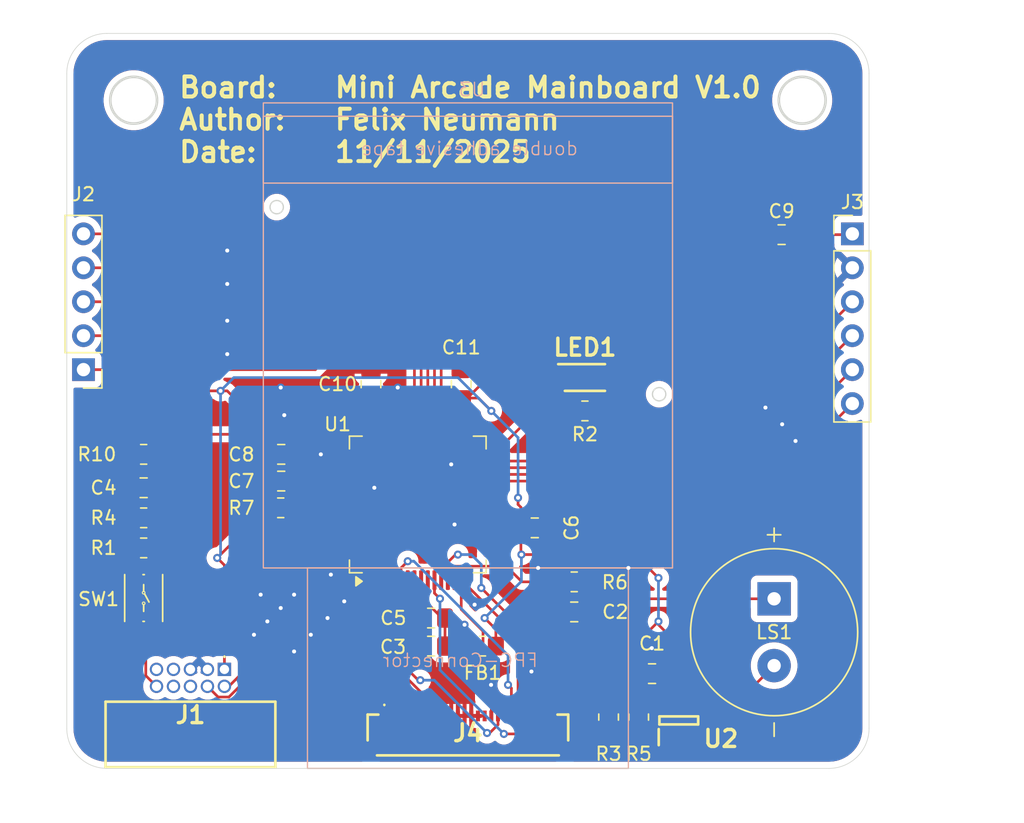
<source format=kicad_pcb>
(kicad_pcb (version 20241229) (generator "pcbnew") (generator_version "9.0")
  (layers (0 "F.Cu" signal) (2 "B.Cu" signal) (13 "F.Paste" user) (15 "B.Paste" user) (5 "F.SilkS" user "F.Silkscreen") (7 "B.SilkS" user "B.Silkscreen") (1 "F.Mask" user) (3 "B.Mask" user) (25 "Edge.Cuts" user))
  (net 0 "")
  (net 1 "3V3")
  (net 2 "GND")
  (net 3 "Net-(C2-Pad2)")
  (net 4 "VDDANA")
  (net 5 "Net-(C4-Pad2)")
  (net 6 "GNDANA")
  (net 7 "VDDCORE")
  (net 8 "SWCLK")
  (net 9 "SWDIO")
  (net 14 "RESET")
  (net 15 "JS_SWITCH")
  (net 16 "JS_DOWN")
  (net 17 "JS_RIGHT")
  (net 18 "JS_UP")
  (net 19 "JS_LEFT")
  (net 20 "DP_DOWN")
  (net 21 "DP_UP")
  (net 22 "DP_RIGHT")
  (net 23 "DP_LEFT")
  (net 24 "SCLK")
  (net 25 "DC")
  (net 26 "SPI4W")
  (net 28 "LCD_RESET")
  (net 29 "CS")
  (net 31 "MOSI")
  (net 33 "LCD_VDDI")
  (net 34 "LCD_VDD")
  (net 36 "BLA")
  (net 40 "Net-(LED1-A)")
  (net 41 "1V65")
  (net 42 "Net-(R1-Pad1)")
  (net 43 "USER_LED")
  (net 44 "Net-(U2-+)")
  (net 45 "BUZZER")
  (footprint "Resistor_SMD:R_0805_2012Metric_Pad1.20x1.40mm_HandSolder" (layer "F.Cu") (at 150.52 141.16 -90)
    (property "Reference" "R3")
    (property "Value" "10k")
  )
  (footprint "Capacitor_SMD:C_0805_2012Metric_Pad1.18x1.45mm_HandSolder" (layer "F.Cu") (at 163.46 105.06 180)
    (property "Reference" "C9")
    (property "Value" "10u")
  )
  (footprint "Capacitor_SMD:C_0805_2012Metric_Pad1.18x1.45mm_HandSolder" (layer "F.Cu") (at 153.77 137.91 180)
    (property "Reference" "C1")
    (property "Value" "100p")
  )
  (footprint "MainBoard:SPKR_CPT-1207-3TH" (layer "F.Cu") (at 162.9 134.81 -90)
    (property "Reference" "LS1")
    (property "Value" "CPT-1207-3TH")
  )
  (footprint "Resistor_SMD:R_0805_2012Metric_Pad1.20x1.40mm_HandSolder" (layer "F.Cu") (at 148.75 118.25)
    (property "Reference" "R2")
    (property "Value" "R")
  )
  (footprint "Resistor_SMD:R_0805_2012Metric_Pad1.20x1.40mm_HandSolder" (layer "F.Cu") (at 141.09 135.85 180)
    (property "Reference" "FB1")
    (property "Value" "742792022")
  )
  (footprint "Capacitor_SMD:C_0805_2012Metric_Pad1.18x1.45mm_HandSolder" (layer "F.Cu") (at 147.95 133.29)
    (property "Reference" "C2")
    (property "Value" "2u2")
  )
  (footprint "Resistor_SMD:R_0805_2012Metric_Pad1.20x1.40mm_HandSolder" (layer "F.Cu") (at 147.95 131.04 180)
    (property "Reference" "R6")
    (property "Value" "100")
  )
  (footprint "Connector_PinHeader_2.54mm:PinHeader_1x06_P2.54mm_Vertical" (layer "F.Cu") (at 168.75 105)
    (property "Reference" "J3")
    (property "Value" "Conn_01x06_Pin")
  )
  (footprint "NetTie:NetTie-2_SMD_Pad0.5mm" (layer "F.Cu") (at 136.22 134.76 90)
    (property "Reference" "NT1" (hide yes))
    (property "Value" "NetTie_2" (hide yes))
  )
  (footprint "Connector_PinHeader_2.54mm:PinHeader_1x05_P2.54mm_Vertical" (layer "F.Cu") (at 111.25 115.16 180)
    (property "Reference" "J2")
    (property "Value" "Conn_01x05_Pin")
  )
  (footprint "MainBoard:EVPAA" (layer "F.Cu") (at 115.75 132.25 -90)
    (property "Reference" "SW1")
    (property "Value" "EVPAA" (hide yes))
  )
  (footprint "Resistor_SMD:R_0805_2012Metric_Pad1.20x1.40mm_HandSolder" (layer "F.Cu") (at 126 125.5 180)
    (property "Reference" "R7")
    (property "Value" "1k")
  )
  (footprint "Resistor_SMD:R_0805_2012Metric_Pad1.20x1.40mm_HandSolder" (layer "F.Cu") (at 152.77 141.16 90)
    (property "Reference" "R5")
    (property "Value" "10k")
  )
  (footprint "Capacitor_SMD:C_0805_2012Metric_Pad1.18x1.45mm_HandSolder" (layer "F.Cu") (at 126.0375 123.5 180)
    (property "Reference" "C7")
    (property "Value" "100n")
  )
  (footprint "Capacitor_SMD:C_0805_2012Metric_Pad1.18x1.45mm_HandSolder" (layer "F.Cu") (at 137.25 133.75 180)
    (property "Reference" "C5")
    (property "Value" "100n")
  )
  (footprint "MainBoard:LEDM3020X150N" (layer "F.Cu") (at 148.75 115.75)
    (property "Reference" "LED1")
    (property "Value" "AA3021LZGSK" (hide yes))
  )
  (footprint "MainBoard:SOT95P280X145-5N" (layer "F.Cu") (at 155.77 141.41 90)
    (property "Reference" "U2")
    (property "Value" "LM321" (hide yes))
  )
  (footprint "Capacitor_SMD:C_0805_2012Metric_Pad1.18x1.45mm_HandSolder" (layer "F.Cu") (at 137.25 135.85 180)
    (property "Reference" "C3")
    (property "Value" "10u")
  )
  (footprint "Capacitor_SMD:C_0805_2012Metric_Pad1.18x1.45mm_HandSolder" (layer "F.Cu") (at 115.75 124 180)
    (property "Reference" "C4")
    (property "Value" "100p")
  )
  (footprint "Capacitor_SMD:C_0805_2012Metric_Pad1.18x1.45mm_HandSolder" (layer "F.Cu") (at 139.5 116.25 90)
    (property "Reference" "C11")
    (property "Value" "100n")
  )
  (footprint "Capacitor_SMD:C_0805_2012Metric_Pad1.18x1.45mm_HandSolder" (layer "F.Cu") (at 126.0375 121.5 180)
    (property "Reference" "C8")
    (property "Value" "1u")
  )
  (footprint "Resistor_SMD:R_0805_2012Metric_Pad1.20x1.40mm_HandSolder" (layer "F.Cu") (at 115.75 126.25 180)
    (property "Reference" "R4")
    (property "Value" "2k2")
  )
  (footprint "Package_QFP:TQFP-64_10x10mm_P0.5mm" (layer "F.Cu") (at 136.25 125.25 90)
    (property "Reference" "U1")
    (property "Value" "ATSAMD21J18A-A")
  )
  (footprint "Capacitor_SMD:C_0805_2012Metric_Pad1.18x1.45mm_HandSolder" (layer "F.Cu") (at 145 127)
    (property "Reference" "C6")
    (property "Value" "100n")
  )
  (footprint "Resistor_SMD:R_0805_2012Metric_Pad1.20x1.40mm_HandSolder" (layer "F.Cu") (at 115.75 121.5)
    (property "Reference" "R10")
    (property "Value" "2k2")
  )
  (footprint "Capacitor_SMD:C_0805_2012Metric_Pad1.18x1.45mm_HandSolder" (layer "F.Cu") (at 132.75 116.25 90)
    (property "Reference" "C10")
    (property "Value" "100n")
  )
  (footprint "Resistor_SMD:R_0805_2012Metric_Pad1.20x1.40mm_HandSolder" (layer "F.Cu") (at 115.75 128.5 180)
    (property "Reference" "R1")
    (property "Value" "330")
  )
  (footprint "MainBoard:F3311A7H121026E200" (layer "F.Cu") (at 140 142.5)
    (property "Reference" "J4")
    (property "Value" "F3311A7H121026E200" (hide yes))
  )
  (footprint "MainBoard:62701021721" (layer "F.Cu") (at 121.79 137.59)
    (property "Reference" "J1")
    (property "Value" "62701021721" (hide yes))
  )
  (footprint "MainBoard:ERTFT144" (layer "B.Cu") (at 155.3 95.2 180)
    (property "Reference" "U3")
    (property "Value" "~" (hide yes))
    (fp_circle (center 29.6 -7.8) (end 30.1 -7.8) (stroke (width 0.1)) (fill no) (layer "Edge.Cuts"))
    (fp_circle (center 1 -21.8) (end 1.5 -21.8) (stroke (width 0.1)) (fill no) (layer "Edge.Cuts"))
  )
  (gr_line (start 113 90) (end 167 90) (stroke (width 0.05)) (layer "Edge.Cuts"))
  (gr_circle (center 115 95) (end 116.75 95) (stroke (width 0.2)) (fill no) (layer "Edge.Cuts"))
  (gr_line (start 167 145) (end 113 145) (stroke (width 0.05)) (layer "Edge.Cuts"))
  (gr_line (start 110 142) (end 110 93) (stroke (width 0.05)) (layer "Edge.Cuts"))
  (gr_arc (start 170 142) (mid 169.12132 144.12132) (end 167 145) (stroke (width 0.05)) (layer "Edge.Cuts"))
  (gr_line (start 170 93) (end 170 142) (stroke (width 0.05)) (layer "Edge.Cuts"))
  (gr_arc (start 110 93) (mid 110.87868 90.87868) (end 113 90) (stroke (width 0.05)) (layer "Edge.Cuts"))
  (gr_arc (start 113 145) (mid 110.87868 144.12132) (end 110 142) (stroke (width 0.05)) (layer "Edge.Cuts"))
  (gr_circle (center 165 95) (end 166.75 95) (stroke (width 0.2)) (fill no) (layer "Edge.Cuts"))
  (gr_arc (start 167 90) (mid 169.12132 90.87868) (end 170 93) (stroke (width 0.05)) (layer "Edge.Cuts"))
  (gr_text "Board:	Mini Arcade Mainboard V1.0\nAuthor:	Felix Neumann\nDate:	11/11/2025\n" (at 118.25 99.75 0) (layer "F.SilkS") (effects (font (size 1.5 1.5) (thickness 0.3) (bold yes)) (justify left bottom)))
  (segment (start 132.75 117.2875) (end 132.5 117.5375) (width 0.2) (layer "F.Cu") (net 1))
  (segment (start 128.575 125) (end 130.5875 125) (width 0.2) (layer "F.Cu") (net 1))
  (segment (start 154.25 134) (end 154.25 134.25) (width 0.2) (layer "F.Cu") (net 1))
  (segment (start 139.9625 117.2875) (end 139.5 117.2875) (width 0.2) (layer "F.Cu") (net 1))
  (segment (start 132.5 117.5) (end 132.5 119.5875) (width 0.2) (layer "F.Cu") (net 1))
  (segment (start 132.75 117.25) (end 132.5 117.5) (width 0.2) (layer "F.Cu") (net 1))
  (segment (start 164.4975 105.06) (end 158.0575 111.5) (width 0.2) (layer "F.Cu") (net 1))
  (segment (start 158.0575 111.5) (end 145.75 111.5) (width 0.2) (layer "F.Cu") (net 1))
  (segment (start 145.75 111.5) (end 139.9625 117.2875) (width 0.2) (layer "F.Cu") (net 1))
  (segment (start 143.9625 127) (end 141.9125 127) (width 0.2) (layer "F.Cu") (net 1))
  (segment (start 143.75 125.25) (end 143.9625 125.4625) (width 0.2) (layer "F.Cu") (net 1))
  (segment (start 121.79 129.79) (end 121.79 137.59) (width 0.2) (layer "F.Cu") (net 1))
  (segment (start 152.5 129) (end 154.25 130.75) (width 0.2) (layer "F.Cu") (net 1))
  (segment (start 122 116.75) (end 122.5375 117.2875) (width 0.2) (layer "F.Cu") (net 1))
  (segment (start 143.9625 127) (end 143.9625 128.9625) (width 0.2) (layer "F.Cu") (net 1))
  (segment (start 121.5 116.75) (end 119.91384 116.75) (width 0.2) (layer "F.Cu") (net 1))
  (segment (start 119.91384 116.75) (end 115.849 120.81484) (width 0.2) (layer "F.Cu") (net 1))
  (segment (start 154.8075 140.1475) (end 154.82 140.16) (width 0.2) (layer "F.Cu") (net 1))
  (segment (start 115.849 123.0615) (end 116.7875 124) (width 0.2) (layer "F.Cu") (net 1))
  (segment (start 116.75 126.25) (end 116.75 124.0375) (width 0.2) (layer "F.Cu") (net 1))
  (segment (start 154.25 134) (end 150.52 137.73) (width 0.2) (layer "F.Cu") (net 1))
  (segment (start 144 129) (end 152.5 129) (width 0.2) (layer "F.Cu") (net 1))
  (segment (start 121.25 129.25) (end 125 125.5) (width 0.2) (layer "F.Cu") (net 1))
  (segment (start 121.5 116.75) (end 122 116.75) (width 0.2) (layer "F.Cu") (net 1))
  (segment (start 132.75 117.2875) (end 132.75 117.25) (width 0.2) (layer "F.Cu") (net 1))
  (segment (start 154.8075 137.91) (end 154.8075 140.1475) (width 0.2) (layer "F.Cu") (net 1))
  (segment (start 164.4975 105.06) (end 168.69 105.06) (width 0.2) (layer "F.Cu") (net 1))
  (segment (start 140.7875 117.2875) (end 141.75 118.25) (width 0.2) (layer "F.Cu") (net 1))
  (segment (start 125 125.5) (end 125.075 125.5) (width 0.2) (layer "F.Cu") (net 1))
  (segment (start 122.5375 117.2875) (end 132.75 117.2875) (width 0.2) (layer "F.Cu") (net 1))
  (segment (start 168.69 105.06) (end 168.75 105) (width 0.2) (layer "F.Cu") (net 1))
  (segment (start 150.52 137.73) (end 150.52 140.16) (width 0.2) (layer "F.Cu") (net 1))
  (segment (start 143.9625 125.4625) (end 143.9625 127) (width 0.2) (layer "F.Cu") (net 1))
  (segment (start 143.9625 128.9625) (end 144 129) (width 0.2) (layer "F.Cu") (net 1))
  (segment (start 139.5 117.2875) (end 140.7875 117.2875) (width 0.2) (layer "F.Cu") (net 1))
  (segment (start 116.75 124.0375) (end 116.7875 124) (width 0.2) (layer "F.Cu") (net 1))
  (segment (start 115.849 120.81484) (end 115.849 123.0615) (width 0.2) (layer "F.Cu") (net 1))
  (segment (start 143.75 124.75) (end 143.75 125.25) (width 0.2) (layer "F.Cu") (net 1))
  (segment (start 154.8075 134.8075) (end 154.8075 137.91) (width 0.2) (layer "F.Cu") (net 1))
  (segment (start 127.075 123.5) (end 128.575 125) (width 0.2) (layer "F.Cu") (net 1))
  (segment (start 139.5 117.2875) (end 139.5 119.5875) (width 0.2) (layer "F.Cu") (net 1))
  (segment (start 121.25 129.25) (end 121.79 129.79) (width 0.2) (layer "F.Cu") (net 1))
  (segment (start 154.25 134.25) (end 154.8075 134.8075) (width 0.2) (layer "F.Cu") (net 1))
  (segment (start 141.25 133.75) (end 142.09 134.59) (width 0.2) (layer "F.Cu") (net 1))
  (segment (start 142.09 134.59) (end 142.09 135.85) (width 0.2) (layer "F.Cu") (net 1))
  (segment (start 125.075 125.5) (end 127.075 123.5) (width 0.2) (layer "F.Cu") (net 1))
  (via (at 121.25 129.25) (size 0.6) (drill 0.3) (layers "F.Cu" "B.Cu") (net 1))
  (via (at 154.25 134) (size 0.6) (drill 0.3) (layers "F.Cu" "B.Cu") (net 1))
  (via (at 141.25 133.75) (size 0.6) (drill 0.3) (layers "F.Cu" "B.Cu") (net 1))
  (via (at 141.75 118.25) (size 0.6) (drill 0.3) (layers "F.Cu" "B.Cu") (net 1))
  (via (at 154.25 130.75) (size 0.6) (drill 0.3) (layers "F.Cu" "B.Cu") (net 1))
  (via (at 143.75 124.75) (size 0.6) (drill 0.3) (layers "F.Cu" "B.Cu") (net 1))
  (via (at 144 129) (size 0.6) (drill 0.3) (layers "F.Cu" "B.Cu") (net 1))
  (via (at 121.5 116.75) (size 0.6) (drill 0.3) (layers "F.Cu" "B.Cu") (net 1))
  (segment (start 127.5 115.76) (end 122.49 115.76) (width 0.2) (layer "B.Cu") (net 1))
  (segment (start 143.75 124.75) (end 143.75 120.25) (width 0.2) (layer "B.Cu") (net 1))
  (segment (start 144 131) (end 141.25 133.75) (width 0.2) (layer "B.Cu") (net 1))
  (segment (start 139.26 115.76) (end 127.5 115.76) (width 0.2) (layer "B.Cu") (net 1))
  (segment (start 143.75 120.25) (end 141.75 118.25) (width 0.2) (layer "B.Cu") (net 1))
  (segment (start 122.49 115.76) (end 121.5 116.75) (width 0.2) (layer "B.Cu") (net 1))
  (segment (start 121.5 116.75) (end 121.5 129) (width 0.2) (layer "B.Cu") (net 1))
  (segment (start 141.75 118.25) (end 139.26 115.76) (width 0.2) (layer "B.Cu") (net 1))
  (segment (start 121.5 129) (end 121.25 129.25) (width 0.2) (layer "B.Cu") (net 1))
  (segment (start 144 129) (end 144 131) (width 0.2) (layer "B.Cu") (net 1))
  (segment (start 154.25 130.75) (end 154.25 134) (width 0.2) (layer "B.Cu") (net 1))
  (segment (start 137.299 141.776) (end 138.201 141.776) (width 0.2) (layer "F.Cu") (net 2))
  (segment (start 138.25 141.727) (end 138.25 141.075) (width 0.2) (layer "F.Cu") (net 2))
  (segment (start 138.201 141.776) (end 138.25 141.727) (width 0.2) (layer "F.Cu") (net 2))
  (segment (start 136.2125 135.267499) (end 136.22 135.259999) (width 0.2) (layer "F.Cu") (net 2))
  (segment (start 134.75 116.5) (end 134.75 116.88616) (width 0.2) (layer "F.Cu") (net 2))
  (segment (start 133 124) (end 130.5875 124) (width 0.2) (layer "F.Cu") (net 2))
  (segment (start 145.25 141.075) (end 145.75 141.075) (width 0.2) (layer "F.Cu") (net 2))
  (segment (start 134.75 116.88616) (end 133 118.63616) (width 0.2) (layer "F.Cu") (net 2))
  (segment (start 133 118.63616) (end 133 119.5875) (width 0.2) (layer "F.Cu") (net 2))
  (segment (start 153.75 136) (end 152.7325 137.0175) (width 0.2) (layer "F.Cu") (net 2))
  (segment (start 145.25 138.25) (end 144.75 137.75) (width 0.2) (layer "F.Cu") (net 2))
  (segment (start 135.75 141.727) (end 135.799 141.776) (width 0.2) (layer "F.Cu") (net 2))
  (segment (start 137.25 141.727) (end 137.25 141.075) (width 0.2) (layer "F.Cu") (net 2))
  (segment (start 140.75 141.075) (end 141.25 141.075) (width 0.2) (layer "F.Cu") (net 2))
  (segment (start 140.75 141.075) (end 138.25 141.075) (width 0.2) (layer "F.Cu") (net 2))
  (segment (start 152.7325 137.0175) (end 152.7325 137.91) (width 0.2) (layer "F.Cu") (net 2))
  (segment (start 135.799 141.776) (end 137.201 141.776) (width 0.2) (layer "F.Cu") (net 2))
  (segment (start 135.75 141.075) (end 135.75 141.727) (width 0.2) (layer "F.Cu") (net 2))
  (segment (start 139.25 126.5) (end 141.9125 126.5) (width 0.2) (layer "F.Cu") (net 2))
  (segment (start 140 121) (end 138.75 122.25) (width 0.2) (layer "F.Cu") (net 2))
  (segment (start 145.25 141.075) (end 145.25 138.25) (width 0.2) (layer "F.Cu") (net 2))
  (segment (start 137.25 141.727) (end 137.299 141.776) (width 0.2) (layer "F.Cu") (net 2))
  (segment (start 139 126.75) (end 139.25 126.5) (width 0.2) (layer "F.Cu") (net 2))
  (segment (start 152.77 140.16) (end 152.77 137.9475) (width 0.2) (layer "F.Cu") (net 2))
  (segment (start 140 119.5875) (end 140 121) (width 0.2) (layer "F.Cu") (net 2))
  (segment (start 152.77 137.9475) (end 152.7325 137.91) (width 0.2) (layer "F.Cu") (net 2))
  (segment (start 137.201 141.776) (end 137.25 141.727) (width 0.2) (layer "F.Cu") (net 2))
  (segment (start 136.2125 135.85) (end 136.2125 135.267499) (width 0.2) (layer "F.Cu") (net 2))
  (via (at 129 121.5) (size 0.6) (drill 0.3) (layers "F.Cu" "B.Cu") (net 2))
  (via (at 144.75 137.75) (size 0.6) (drill 0.3) (layers "F.Cu" "B.Cu") (net 2))
  (via (at 139.75 134.25) (size 0.6) (drill 0.3) (layers "F.Cu" "B.Cu") (net 2))
  (via (at 163.5 119.25) (size 0.6) (drill 0.3) (layers "F.Cu" "B.Cu") (net 2))
  (via (at 129.5 133.75) (size 0.6) (drill 0.3) (layers "F.Cu" "B.Cu") (net 2))
  (via (at 126 133) (size 0.6) (drill 0.3) (layers "F.Cu" "B.Cu") (net 2))
  (via (at 139 126.75) (size 0.6) (drill 0.3) (layers "F.Cu" "B.Cu") (net 2))
  (via (at 138.75 122.25) (size 0.6) (drill 0.3) (layers "F.Cu" "B.Cu") (net 2))
  (via (at 164.5 120.5) (size 0.6) (drill 0.3) (layers "F.Cu" "B.Cu") (net 2))
  (via (at 134.75 116.5) (size 0.6) (drill 0.3) (layers "F.Cu" "B.Cu") (net 2))
  (via (at 122 108.75) (size 0.6) (drill 0.3) (layers "F.Cu" "B.Cu") (net 2))
  (via (at 130.75 132.5) (size 0.6) (drill 0.3) (layers "F.Cu" "B.Cu") (net 2))
  (via (at 124 135) (size 0.6) (drill 0.3) (layers "F.Cu" "B.Cu") (net 2))
  (via (at 126 116.5) (size 0.6) (drill 0.3) (layers "F.Cu" "B.Cu") (net 2))
  (via (at 125 134) (size 0.6) (drill 0.3) (layers "F.Cu" "B.Cu") (net 2))
  (via (at 140.5 132.75) (size 0.6) (drill 0.3) (layers "F.Cu" "B.Cu") (net 2))
  (via (at 127 132) (size 0.6) (drill 0.3) (layers "F.Cu" "B.Cu") (net 2))
  (via (at 128.25 135) (size 0.6) (drill 0.3) (layers "F.Cu" "B.Cu") (net 2))
  (via (at 127 136.25) (size 0.6) (drill 0.3) (layers "F.Cu" "B.Cu") (net 2))
  (via (at 141.73 138.75) (size 0.6) (drill 0.3) (layers "F.Cu" "B.Cu") (net 2))
  (via (at 122 114) (size 0.6) (drill 0.3) (layers "F.Cu" "B.Cu") (net 2))
  (via (at 126.265326 118.56628) (size 0.6) (drill 0.3) (layers "F.Cu" "B.Cu") (net 2))
  (via (at 153.75 136) (size 0.6) (drill 0.3) (layers "F.Cu" "B.Cu") (net 2))
  (via (at 124.5 132) (size 0.6) (drill 0.3) (layers "F.Cu" "B.Cu") (net 2))
  (via (at 133 124) (size 0.6) (drill 0.3) (layers "F.Cu" "B.Cu") (net 2))
  (via (at 122 111.5) (size 0.6) (drill 0.3) (layers "F.Cu" "B.Cu") (net 2))
  (via (at 122 106.25) (size 0.6) (drill 0.3) (layers "F.Cu" "B.Cu") (net 2))
  (via (at 145.25 130) (size 0.6) (drill 0.3) (layers "F.Cu" "B.Cu") (net 2))
  (via (at 162.25 118) (size 0.6) (drill 0.3) (layers "F.Cu" "B.Cu") (net 2))
  (via (at 129.75 130.5) (size 0.6) (drill 0.3) (layers "F.Cu" "B.Cu") (net 2))
  (via (at 152 130) (size 0.6) (drill 0.3) (layers "F.Cu" "B.Cu") (net 2))
  (segment (start 148.9875 133.29) (end 149.11 133.29) (width 0.2) (layer "F.Cu") (net 3))
  (segment (start 148.95 131.04) (end 148.95 133.2525) (width 0.2) (layer "F.Cu") (net 3))
  (segment (start 150.09 132.31) (end 162.9 132.31) (width 0.2) (layer "F.Cu") (net 3))
  (segment (start 149.11 133.29) (end 150.09 132.31) (width 0.2) (layer "F.Cu") (net 3))
  (segment (start 148.95 133.2525) (end 148.9875 133.29) (width 0.2) (layer "F.Cu") (net 3))
  (segment (start 140.09 135.85) (end 138.2875 135.85) (width 0.2) (layer "F.Cu") (net 4))
  (segment (start 136 131.683824) (end 136 130.9125) (width 0.2) (layer "F.Cu") (net 4))
  (segment (start 138.066176 133.75) (end 136 131.683824) (width 0.2) (layer "F.Cu") (net 4))
  (segment (start 138.2875 135.85) (end 138.2875 133.75) (width 0.2) (layer "F.Cu") (net 4))
  (segment (start 138.2875 133.75) (end 138.066176 133.75) (width 0.2) (layer "F.Cu") (net 4))
  (segment (start 114.75 126.5) (end 114.75 124.5375) (width 0.2) (layer "F.Cu") (net 5))
  (segment (start 114.75 124) (end 114.75 121.5) (width 0.2) (layer "F.Cu") (net 5))
  (segment (start 114.75 128.5) (end 114.75 126.5) (width 0.2) (layer "F.Cu") (net 5))
  (segment (start 114.7125 124) (end 114.75 124) (width 0.2) (layer "F.Cu") (net 5))
  (segment (start 114.75 124.5375) (end 114.7125 124.5) (width 0.2) (layer "F.Cu") (net 5))
  (segment (start 135.5 133.0375) (end 135.5 130.9125) (width 0.2) (layer "F.Cu") (net 6))
  (segment (start 136.25 133.7875) (end 136.2125 133.75) (width 0.2) (layer "F.Cu") (net 6))
  (segment (start 136.2125 133.75) (end 135.5 133.0375) (width 0.2) (layer "F.Cu") (net 6))
  (segment (start 136.2125 134.252501) (end 136.22 134.260001) (width 0.2) (layer "F.Cu") (net 6))
  (segment (start 136.2125 133.75) (end 136.2125 134.252501) (width 0.2) (layer "F.Cu") (net 6))
  (segment (start 136.25 133.2875) (end 136.2125 133.25) (width 0.2) (layer "F.Cu") (net 6))
  (segment (start 127.075 121.758824) (end 129.816176 124.5) (width 0.2) (layer "F.Cu") (net 7))
  (segment (start 129.816176 124.5) (end 130.5875 124.5) (width 0.2) (layer "F.Cu") (net 7))
  (segment (start 127.075 121.5) (end 127.075 121.758824) (width 0.2) (layer "F.Cu") (net 7))
  (segment (start 120.52 138.86) (end 121.321 139.661) (width 0.2) (layer "F.Cu") (net 8))
  (segment (start 121.321 139.661) (end 122.121786 139.661) (width 0.2) (layer "F.Cu") (net 8))
  (segment (start 131.358824 125.5) (end 130.5875 125.5) (width 0.2) (layer "F.Cu") (net 8))
  (segment (start 122.121786 139.661) (end 131.626 130.156786) (width 0.2) (layer "F.Cu") (net 8))
  (segment (start 131.626 125.767176) (end 131.358824 125.5) (width 0.2) (layer "F.Cu") (net 8))
  (segment (start 130.5875 125.5) (end 127 125.5) (width 0.2) (layer "F.Cu") (net 8))
  (segment (start 131.626 130.156786) (end 131.626 125.767176) (width 0.2) (layer "F.Cu") (net 8))
  (segment (start 129 126.25) (end 129.25 126) (width 0.2) (layer "F.Cu") (net 9))
  (segment (start 121.79 138.86) (end 122.122 138.86) (width 0.2) (layer "F.Cu") (net 9))
  (segment (start 129.25 126) (end 130.5875 126) (width 0.2) (layer "F.Cu") (net 9))
  (segment (start 129 131.982) (end 129 126.25) (width 0.2) (layer "F.Cu") (net 9))
  (segment (start 122.122 138.86) (end 129 131.982) (width 0.2) (layer "F.Cu") (net 9))
  (segment (start 131.358824 123) (end 130.5875 123) (width 0.2) (layer "F.Cu") (net 14))
  (segment (start 116.77 122.02) (end 116.77 121.57) (width 0.2) (layer "F.Cu") (net 14))
  (segment (start 116.75 121.5) (end 118.25 120) (width 0.2) (layer "F.Cu") (net 14))
  (segment (start 116.75 121.65) (end 116.75 121.5) (width 0.2) (layer "F.Cu") (net 14))
  (segment (start 118.25 120) (end 130.358824 120) (width 0.2) (layer "F.Cu") (net 14))
  (segment (start 118.5 123) (end 117 121.5) (width 0.2) (layer "F.Cu") (net 14))
  (segment (start 118.5 133.612) (end 118.5 123) (width 0.2) (layer "F.Cu") (net 14))
  (segment (start 115.909 138.059) (end 115.909 136.203) (width 0.2) (layer "F.Cu") (net 14))
  (segment (start 131.626 122.732824) (end 131.358824 123) (width 0.2) (layer "F.Cu") (net 14))
  (segment (start 131.626 121.267176) (end 131.626 122.732824) (width 0.2) (layer "F.Cu") (net 14))
  (segment (start 130.358824 120) (end 131.626 121.267176) (width 0.2) (layer "F.Cu") (net 14))
  (segment (start 116.71 138.86) (end 115.909 138.059) (width 0.2) (layer "F.Cu") (net 14))
  (segment (start 115.909 136.203) (end 118.5 133.612) (width 0.2) (layer "F.Cu") (net 14))
  (segment (start 117 121.5) (end 116.75 121.5) (width 0.2) (layer "F.Cu") (net 14))
  (segment (start 111.25 107.54) (end 134.96 107.54) (width 0.2) (layer "F.Cu") (net 15))
  (segment (start 135 107.5) (end 137.5 110) (width 0.2) (layer "F.Cu") (net 15))
  (segment (start 134.96 107.54) (end 135 107.5) (width 0.2) (layer "F.Cu") (net 15))
  (segment (start 137.5 110) (end 137.5 119.5875) (width 0.2) (layer "F.Cu") (net 15))
  (segment (start 137 112.25) (end 137 119.5875) (width 0.2) (layer "F.Cu") (net 16))
  (segment (start 111.375 110.75) (end 111.25 110.75) (width 0.2) (layer "F.Cu") (net 16))
  (segment (start 111.25 110.08) (end 134.83 110.08) (width 0.2) (layer "F.Cu") (net 16))
  (segment (start 134.83 110.08) (end 137 112.25) (width 0.2) (layer "F.Cu") (net 16))
  (segment (start 138 108) (end 138 119.5875) (width 0.2) (layer "F.Cu") (net 17))
  (segment (start 135 105) (end 138 108) (width 0.2) (layer "F.Cu") (net 17))
  (segment (start 111.25 105) (end 135 105) (width 0.2) (layer "F.Cu") (net 17))
  (segment (start 130.25 113.5) (end 134.75 113.5) (width 0.2) (layer "F.Cu") (net 18))
  (segment (start 111.25 115.16) (end 128.59 115.16) (width 0.2) (layer "F.Cu") (net 18))
  (segment (start 111.375 114.75) (end 111.25 114.75) (width 0.2) (layer "F.Cu") (net 18))
  (segment (start 136 114.75) (end 136 119.5875) (width 0.2) (layer "F.Cu") (net 18))
  (segment (start 134.75 113.5) (end 136 114.75) (width 0.2) (layer "F.Cu") (net 18))
  (segment (start 128.59 115.16) (end 130.25 113.5) (width 0.2) (layer "F.Cu") (net 18))
  (segment (start 111.25 112.62) (end 134.87 112.62) (width 0.2) (layer "F.Cu") (net 19))
  (segment (start 136.5 114.25) (end 136.5 119.5875) (width 0.2) (layer "F.Cu") (net 19))
  (segment (start 134.87 112.62) (end 136.5 114.25) (width 0.2) (layer "F.Cu") (net 19))
  (segment (start 168.75 115.16) (end 160.91 123) (width 0.2) (layer "F.Cu") (net 20))
  (segment (start 160.91 123) (end 141.9125 123) (width 0.2) (layer "F.Cu") (net 20))
  (segment (start 156.83 122) (end 141.9125 122) (width 0.2) (layer "F.Cu") (net 21))
  (segment (start 168.75 110.08) (end 156.83 122) (width 0.2) (layer "F.Cu") (net 21))
  (segment (start 158.87 122.5) (end 141.9125 122.5) (width 0.2) (layer "F.Cu") (net 22))
  (segment (start 168.75 112.62) (end 158.87 122.5) (width 0.2) (layer "F.Cu") (net 22))
  (segment (start 168.75 117.7) (end 162.95 123.5) (width 0.2) (layer "F.Cu") (net 23))
  (segment (start 162.95 123.5) (end 141.9125 123.5) (width 0.2) (layer "F.Cu") (net 23))
  (segment (start 143.75 135.14) (end 143.75 141.075) (width 0.2) (layer "F.Cu") (net 24))
  (segment (start 140 130.9125) (end 140 131.39) (width 0.2) (layer "F.Cu") (net 24))
  (segment (start 140 131.39) (end 143.75 135.14) (width 0.2) (layer "F.Cu") (net 24))
  (segment (start 135 130.9125) (end 135 130) (width 0.2) (layer "F.Cu") (net 25))
  (segment (start 143 138.75) (end 143.25 139) (width 0.2) (layer "F.Cu") (net 25))
  (segment (start 135 130) (end 135.5 129.5) (width 0.2) (layer "F.Cu") (net 25))
  (segment (start 143.25 139) (end 143.25 141.075) (width 0.2) (layer "F.Cu") (net 25))
  (via (at 135.5 129.5) (size 0.6) (drill 0.3) (layers "F.Cu" "B.Cu") (net 25))
  (via (at 143 138.75) (size 0.6) (drill 0.3) (layers "F.Cu" "B.Cu") (net 25))
  (segment (start 143 136.540057) (end 143 138.75) (width 0.2) (layer "B.Cu") (net 25))
  (segment (start 135.959943 129.5) (end 143 136.540057) (width 0.2) (layer "B.Cu") (net 25))
  (segment (start 135.5 129.5) (end 135.959943 129.5) (width 0.2) (layer "B.Cu") (net 25))
  (segment (start 133.5 136.31) (end 137.75 140.56) (width 0.2) (layer "F.Cu") (net 26))
  (segment (start 133.5 130.9125) (end 133.5 136.31) (width 0.2) (layer "F.Cu") (net 26))
  (segment (start 137.75 140.56) (end 137.75 141.075) (width 0.2) (layer "F.Cu") (net 26))
  (segment (start 136.290735 138.400735) (end 136.439265 138.400735) (width 0.2) (layer "F.Cu") (net 28))
  (segment (start 134.51 136.62) (end 136.290735 138.400735) (width 0.2) (layer "F.Cu") (net 28))
  (segment (start 141.627 142.35) (end 142.25 141.727) (width 0.2) (layer "F.Cu") (net 28))
  (segment (start 142.25 141.727) (end 142.25 141.075) (width 0.2) (layer "F.Cu") (net 28))
  (segment (start 141.43 142.35) (end 141.627 142.35) (width 0.2) (layer "F.Cu") (net 28))
  (segment (start 134.5 130.9125) (end 134.5 136.61) (width 0.2) (layer "F.Cu") (net 28))
  (segment (start 134.5 136.61) (end 134.51 136.62) (width 0.2) (layer "F.Cu") (net 28))
  (via (at 136.439265 138.400735) (size 0.6) (drill 0.3) (layers "F.Cu" "B.Cu") (net 28))
  (via (at 141.43 142.35) (size 0.6) (drill 0.3) (layers "F.Cu" "B.Cu") (net 28))
  (segment (start 136.439265 138.400735) (end 137.480735 138.400735) (width 0.2) (layer "B.Cu") (net 28))
  (segment (start 137.480735 138.400735) (end 141.43 142.35) (width 0.2) (layer "B.Cu") (net 28))
  (segment (start 143.557 142.42) (end 144.25 141.727) (width 0.2) (layer "F.Cu") (net 29))
  (segment (start 144.25 141.727) (end 144.25 141.075) (width 0.2) (layer "F.Cu") (net 29))
  (segment (start 137.5 131.89) (end 137.91 132.3) (width 0.2) (layer "F.Cu") (net 29))
  (segment (start 142.69 142.42) (end 143.557 142.42) (width 0.2) (layer "F.Cu") (net 29))
  (segment (start 137.5 130.9125) (end 137.5 131.89) (width 0.2) (layer "F.Cu") (net 29))
  (via (at 137.91 132.3) (size 0.6) (drill 0.3) (layers "F.Cu" "B.Cu") (net 29))
  (via (at 142.69 142.42) (size 0.6) (drill 0.3) (layers "F.Cu" "B.Cu") (net 29))
  (segment (start 137.91 132.3) (end 137.91 137.64) (width 0.2) (layer "B.Cu") (net 29))
  (segment (start 137.91 137.64) (end 142.69 142.42) (width 0.2) (layer "B.Cu") (net 29))
  (segment (start 141.13 139.803) (end 141.75 140.423) (width 0.2) (layer "F.Cu") (net 31))
  (segment (start 141.13 134.73) (end 141.13 139.803) (width 0.2) (layer "F.Cu") (net 31))
  (segment (start 139.5 130.9125) (end 139.5 133.1) (width 0.2) (layer "F.Cu") (net 31))
  (segment (start 141.75 140.423) (end 141.75 141.075) (width 0.2) (layer "F.Cu") (net 31))
  (segment (start 139.5 133.1) (end 141.13 134.73) (width 0.2) (layer "F.Cu") (net 31))
  (segment (start 133 136.6059) (end 136.75 140.3559) (width 0.2) (layer "F.Cu") (net 33))
  (segment (start 136.75 140.3559) (end 136.75 141.075) (width 0.2) (layer "F.Cu") (net 33))
  (segment (start 133 130.9125) (end 133 136.6059) (width 0.2) (layer "F.Cu") (net 33))
  (segment (start 136.25 140.423) (end 136.25 141.075) (width 0.2) (layer "F.Cu") (net 34))
  (segment (start 132.5 136.673) (end 136.25 140.423) (width 0.2) (layer "F.Cu") (net 34))
  (segment (start 132.5 130.9125) (end 132.5 136.673) (width 0.2) (layer "F.Cu") (net 34))
  (segment (start 146.25 136.75) (end 146.25 141.075) (width 0.2) (layer "F.Cu") (net 36))
  (segment (start 138 130.074076) (end 139.074076 129) (width 0.2) (layer "F.Cu") (net 36))
  (segment (start 138 130.9125) (end 138 130.074076) (width 0.2) (layer "F.Cu") (net 36))
  (segment (start 139.074076 129) (end 139.25 129) (width 0.2) (layer "F.Cu") (net 36))
  (segment (start 141 131.5) (end 146.25 136.75) (width 0.2) (layer "F.Cu") (net 36))
  (via (at 141 131.5) (size 0.6) (drill 0.3) (layers "F.Cu" "B.Cu") (net 36))
  (via (at 139.25 129) (size 0.6) (drill 0.3) (layers "F.Cu" "B.Cu") (net 36))
  (segment (start 141 129.75) (end 141 131.5) (width 0.2) (layer "B.Cu") (net 36))
  (segment (start 140.25 129) (end 141 129.75) (width 0.2) (layer "B.Cu") (net 36))
  (segment (start 139.25 129) (end 140.25 129) (width 0.2) (layer "B.Cu") (net 36))
  (segment (start 149.999999 115.75) (end 149.999999 118.000001) (width 0.2) (layer "F.Cu") (net 40))
  (segment (start 149.999999 118.000001) (end 149.75 118.25) (width 0.2) (layer "F.Cu") (net 40))
  (segment (start 156.72 140.16) (end 160.05 140.16) (width 0.2) (layer "F.Cu") (net 41))
  (segment (start 160.05 140.16) (end 162.9 137.31) (width 0.2) (layer "F.Cu") (net 41))
  (segment (start 156.72 142.66) (end 156.72 140.16) (width 0.2) (layer "F.Cu") (net 41))
  (segment (start 116.48 128.77) (end 116.75 128.5) (width 0.2) (layer "F.Cu") (net 42))
  (segment (start 116.48 133.93) (end 116.48 130.57) (width 0.2) (layer "F.Cu") (net 42))
  (segment (start 116.48 130.57) (end 116.48 128.77) (width 0.2) (layer "F.Cu") (net 42))
  (segment (start 147.75 118.25) (end 145.1625 118.25) (width 0.2) (layer "F.Cu") (net 43))
  (segment (start 145.1625 118.25) (end 141.9125 121.5) (width 0.2) (layer "F.Cu") (net 43))
  (segment (start 150.52 142.16) (end 152.77 142.16) (width 0.2) (layer "F.Cu") (net 44))
  (segment (start 153.77 142.66) (end 154.82 142.66) (width 0.2) (layer "F.Cu") (net 44))
  (segment (start 152.77 142.16) (end 153.27 142.16) (width 0.2) (layer "F.Cu") (net 44))
  (segment (start 153.27 142.16) (end 153.77 142.66) (width 0.2) (layer "F.Cu") (net 44))
  (segment (start 142.874 129.874) (end 144.04 131.04) (width 0.2) (layer "F.Cu") (net 45))
  (segment (start 144.04 131.04) (end 146.95 131.04) (width 0.2) (layer "F.Cu") (net 45))
  (segment (start 138.5 130.141176) (end 138.767176 129.874) (width 0.2) (layer "F.Cu") (net 45))
  (segment (start 138.767176 129.874) (end 142.874 129.874) (width 0.2) (layer "F.Cu") (net 45))
  (segment (start 138.5 130.9125) (end 138.5 130.141176) (width 0.2) (layer "F.Cu") (net 45))
  (zone (net 2) (net_name "GND") (layers "F.Cu" "B.Cu") (connect_pads (clearance 0.5)) (min_thickness 0.25) (fill yes (thermal_gap 0.5) (thermal_bridge_width 0.5))
    (polygon (pts (xy 106.75 87.5) (xy 106.75 147.5) (xy 173.5 147.5) (xy 173.5 87.5)))
  )
)
</source>
